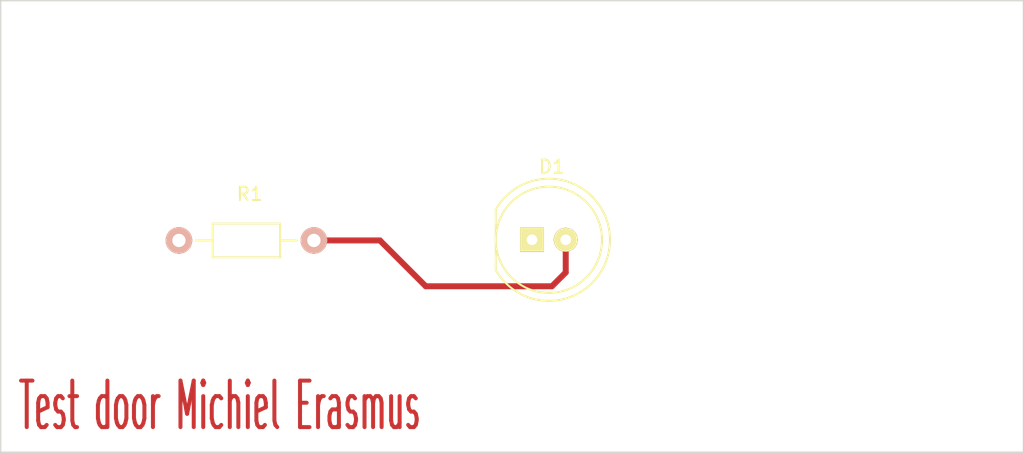
<source format=kicad_pcb>
(kicad_pcb (version 4) (host pcbnew 4.0.0-rc2-stable)

  (general
    (links 1)
    (no_connects 0)
    (area 105.949999 63.949999 183.050001 98.050001)
    (thickness 1.6)
    (drawings 5)
    (tracks 5)
    (zones 0)
    (modules 2)
    (nets 4)
  )

  (page A4)
  (layers
    (0 F.Cu signal)
    (31 B.Cu signal)
    (32 B.Adhes user)
    (33 F.Adhes user)
    (34 B.Paste user)
    (35 F.Paste user)
    (36 B.SilkS user)
    (37 F.SilkS user)
    (38 B.Mask user)
    (39 F.Mask user)
    (40 Dwgs.User user)
    (41 Cmts.User user)
    (42 Eco1.User user)
    (43 Eco2.User user)
    (44 Edge.Cuts user)
    (45 Margin user)
    (46 B.CrtYd user)
    (47 F.CrtYd user)
    (48 B.Fab user)
    (49 F.Fab user)
  )

  (setup
    (last_trace_width 0.45)
    (trace_clearance 0.2)
    (zone_clearance 0.508)
    (zone_45_only no)
    (trace_min 0.2)
    (segment_width 0.2)
    (edge_width 0.1)
    (via_size 0.6)
    (via_drill 0.4)
    (via_min_size 0.4)
    (via_min_drill 0.3)
    (uvia_size 0.3)
    (uvia_drill 0.1)
    (uvias_allowed no)
    (uvia_min_size 0.2)
    (uvia_min_drill 0.1)
    (pcb_text_width 0.3)
    (pcb_text_size 1.5 1.5)
    (mod_edge_width 0.15)
    (mod_text_size 1 1)
    (mod_text_width 0.15)
    (pad_size 1.5 1.5)
    (pad_drill 0.6)
    (pad_to_mask_clearance 0)
    (aux_axis_origin 0 0)
    (visible_elements FFFFFF7F)
    (pcbplotparams
      (layerselection 0x00030_80000001)
      (usegerberextensions false)
      (excludeedgelayer true)
      (linewidth 0.100000)
      (plotframeref false)
      (viasonmask false)
      (mode 1)
      (useauxorigin false)
      (hpglpennumber 1)
      (hpglpenspeed 20)
      (hpglpendiameter 15)
      (hpglpenoverlay 2)
      (psnegative false)
      (psa4output false)
      (plotreference true)
      (plotvalue true)
      (plotinvisibletext false)
      (padsonsilk false)
      (subtractmaskfromsilk false)
      (outputformat 1)
      (mirror false)
      (drillshape 1)
      (scaleselection 1)
      (outputdirectory ""))
  )

  (net 0 "")
  (net 1 "Net-(D1-Pad2)")
  (net 2 "Net-(D1-Pad1)")
  (net 3 "Net-(R1-Pad1)")

  (net_class Default "Dit is de standaard class."
    (clearance 0.2)
    (trace_width 0.45)
    (via_dia 0.6)
    (via_drill 0.4)
    (uvia_dia 0.3)
    (uvia_drill 0.1)
    (add_net "Net-(D1-Pad1)")
    (add_net "Net-(D1-Pad2)")
    (add_net "Net-(R1-Pad1)")
  )

  (module LEDs:LED-8MM (layer F.Cu) (tedit 55BDE41B) (tstamp 56896E99)
    (at 146 82)
    (descr "LED 8mm - Lead pitch 100mil (2,54mm)")
    (tags "LED led 8mm 8MM 100mil 2.54mm")
    (path /56896BB7)
    (fp_text reference D1 (at 1.5 -5.5) (layer F.SilkS)
      (effects (font (size 1 1) (thickness 0.15)))
    )
    (fp_text value LED (at 1.5 5.5) (layer F.Fab)
      (effects (font (size 1 1) (thickness 0.15)))
    )
    (fp_line (start -3 -2.35) (end -3 2.35) (layer F.CrtYd) (width 0.05))
    (fp_line (start -2.73 -2.27) (end -2.73 2.27) (layer F.SilkS) (width 0.15))
    (fp_circle (center 1.27 0) (end 1.27 4) (layer F.SilkS) (width 0.15))
    (fp_arc (start 1.25 0) (end -3 -2.35) (angle 302) (layer F.CrtYd) (width 0.05))
    (fp_arc (start 1.27 0) (end -2.73 -2.27) (angle 300.7) (layer F.SilkS) (width 0.15))
    (pad 2 thru_hole circle (at 2.54 0 180) (size 1.8 1.8) (drill 0.8) (layers *.Cu *.Mask F.SilkS)
      (net 1 "Net-(D1-Pad2)"))
    (pad 1 thru_hole rect (at 0 0 180) (size 1.8 1.8) (drill 0.8) (layers *.Cu *.Mask F.SilkS)
      (net 2 "Net-(D1-Pad1)"))
    (model LEDs.3dshapes/LED-8MM.wrl
      (at (xyz 0 0 0))
      (scale (xyz 1 1 1))
      (rotate (xyz 0 0 0))
    )
  )

  (module Resistors_ThroughHole:Resistor_Horizontal_RM10mm (layer F.Cu) (tedit 53F56209) (tstamp 56896E9F)
    (at 124.5 82.050001)
    (descr "Resistor, Axial,  RM 10mm, 1/3W,")
    (tags "Resistor, Axial, RM 10mm, 1/3W,")
    (path /56896DFE)
    (fp_text reference R1 (at 0.24892 -3.50012) (layer F.SilkS)
      (effects (font (size 1 1) (thickness 0.15)))
    )
    (fp_text value R (at 3.81 3.81) (layer F.Fab)
      (effects (font (size 1 1) (thickness 0.15)))
    )
    (fp_line (start -2.54 -1.27) (end 2.54 -1.27) (layer F.SilkS) (width 0.15))
    (fp_line (start 2.54 -1.27) (end 2.54 1.27) (layer F.SilkS) (width 0.15))
    (fp_line (start 2.54 1.27) (end -2.54 1.27) (layer F.SilkS) (width 0.15))
    (fp_line (start -2.54 1.27) (end -2.54 -1.27) (layer F.SilkS) (width 0.15))
    (fp_line (start -2.54 0) (end -3.81 0) (layer F.SilkS) (width 0.15))
    (fp_line (start 2.54 0) (end 3.81 0) (layer F.SilkS) (width 0.15))
    (pad 1 thru_hole circle (at -5.08 0) (size 1.99898 1.99898) (drill 1.00076) (layers *.Cu *.SilkS *.Mask)
      (net 3 "Net-(R1-Pad1)"))
    (pad 2 thru_hole circle (at 5.08 0) (size 1.99898 1.99898) (drill 1.00076) (layers *.Cu *.SilkS *.Mask)
      (net 1 "Net-(D1-Pad2)"))
    (model Resistors_ThroughHole.3dshapes/Resistor_Horizontal_RM10mm.wrl
      (at (xyz 0 0 0))
      (scale (xyz 0.4 0.4 0.4))
      (rotate (xyz 0 0 0))
    )
  )

  (gr_text "Test door Michiel Erasmus" (at 122.5 94.5) (layer F.Cu)
    (effects (font (size 3.5 1.5) (thickness 0.3)))
  )
  (gr_line (start 106 98) (end 106 64) (angle 90) (layer Edge.Cuts) (width 0.1))
  (gr_line (start 183 98) (end 106 98) (angle 90) (layer Edge.Cuts) (width 0.1))
  (gr_line (start 183 64) (end 183 98) (angle 90) (layer Edge.Cuts) (width 0.1))
  (gr_line (start 106 64) (end 183 64) (angle 90) (layer Edge.Cuts) (width 0.1))

  (segment (start 129.58 82.050001) (end 134.550001 82.050001) (width 0.45) (layer F.Cu) (net 1) (status 400000))
  (segment (start 148.54 84.46) (end 148.54 82) (width 0.45) (layer F.Cu) (net 1) (tstamp 56896F17) (status 800000))
  (segment (start 147.5 85.5) (end 148.54 84.46) (width 0.45) (layer F.Cu) (net 1) (tstamp 56896F13))
  (segment (start 138 85.5) (end 147.5 85.5) (width 0.45) (layer F.Cu) (net 1) (tstamp 56896F11))
  (segment (start 134.550001 82.050001) (end 138 85.5) (width 0.45) (layer F.Cu) (net 1) (tstamp 56896F0E))

)

</source>
